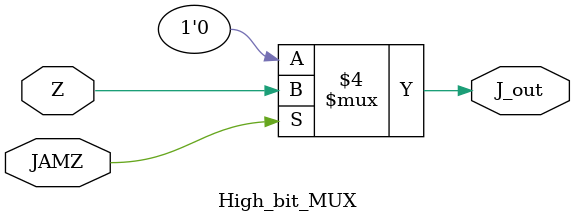
<source format=v>
`timescale 1ns / 1ps
module High_bit_MUX(Z,JAMZ,J_out);

	input Z,JAMZ;
	output reg J_out;
	
	initial begin
		J_out = 1'b0;
	end
	
	always @ (*) begin
	if(JAMZ)
	    J_out = Z;
	else
	    J_out = 1'b0;
	end

endmodule

</source>
